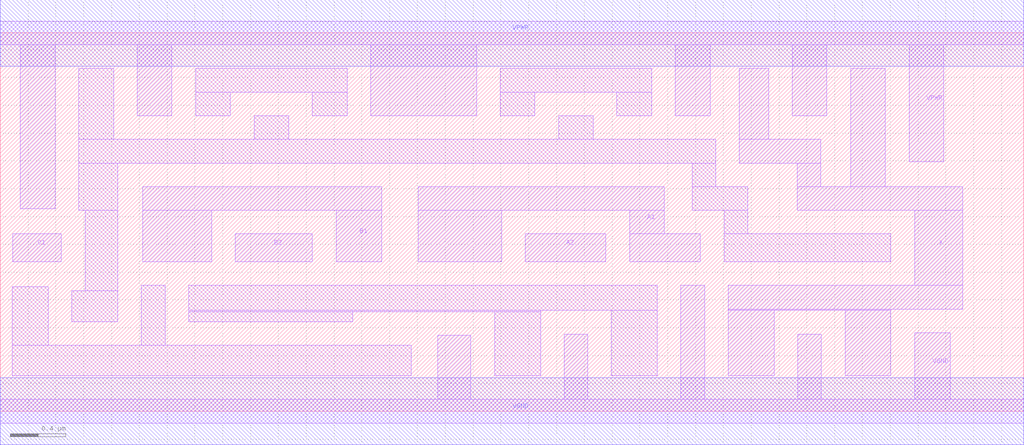
<source format=lef>
# Copyright 2020 The SkyWater PDK Authors
#
# Licensed under the Apache License, Version 2.0 (the "License");
# you may not use this file except in compliance with the License.
# You may obtain a copy of the License at
#
#     https://www.apache.org/licenses/LICENSE-2.0
#
# Unless required by applicable law or agreed to in writing, software
# distributed under the License is distributed on an "AS IS" BASIS,
# WITHOUT WARRANTIES OR CONDITIONS OF ANY KIND, either express or implied.
# See the License for the specific language governing permissions and
# limitations under the License.
#
# SPDX-License-Identifier: Apache-2.0

VERSION 5.5 ;
NAMESCASESENSITIVE ON ;
BUSBITCHARS "[]" ;
DIVIDERCHAR "/" ;
MACRO sky130_fd_sc_hd__o221a_4
  CLASS CORE ;
  SOURCE USER ;
  ORIGIN  0.000000  0.000000 ;
  SIZE  7.360000 BY  2.720000 ;
  SYMMETRY X Y R90 ;
  SITE unithd ;
  PIN A1
    ANTENNAGATEAREA  0.495000 ;
    DIRECTION INPUT ;
    USE SIGNAL ;
    PORT
      LAYER li1 ;
        RECT 3.005000 1.075000 3.605000 1.445000 ;
        RECT 3.005000 1.445000 4.775000 1.615000 ;
        RECT 4.525000 1.075000 5.035000 1.275000 ;
        RECT 4.525000 1.275000 4.775000 1.445000 ;
    END
  END A1
  PIN A2
    ANTENNAGATEAREA  0.495000 ;
    DIRECTION INPUT ;
    USE SIGNAL ;
    PORT
      LAYER li1 ;
        RECT 3.775000 1.075000 4.355000 1.275000 ;
    END
  END A2
  PIN B1
    ANTENNAGATEAREA  0.495000 ;
    DIRECTION INPUT ;
    USE SIGNAL ;
    PORT
      LAYER li1 ;
        RECT 1.025000 1.075000 1.520000 1.445000 ;
        RECT 1.025000 1.445000 2.745000 1.615000 ;
        RECT 2.415000 1.075000 2.745000 1.445000 ;
    END
  END B1
  PIN B2
    ANTENNAGATEAREA  0.495000 ;
    DIRECTION INPUT ;
    USE SIGNAL ;
    PORT
      LAYER li1 ;
        RECT 1.690000 1.075000 2.245000 1.275000 ;
    END
  END B2
  PIN C1
    ANTENNAGATEAREA  0.495000 ;
    DIRECTION INPUT ;
    USE SIGNAL ;
    PORT
      LAYER li1 ;
        RECT 0.090000 1.075000 0.440000 1.275000 ;
    END
  END C1
  PIN X
    ANTENNADIFFAREA  0.891000 ;
    DIRECTION OUTPUT ;
    USE SIGNAL ;
    PORT
      LAYER li1 ;
        RECT 5.235000 0.255000 5.565000 0.725000 ;
        RECT 5.235000 0.725000 6.405000 0.735000 ;
        RECT 5.235000 0.735000 6.920000 0.905000 ;
        RECT 5.315000 1.785000 5.900000 1.955000 ;
        RECT 5.315000 1.955000 5.525000 2.465000 ;
        RECT 5.730000 1.445000 6.920000 1.615000 ;
        RECT 5.730000 1.615000 5.900000 1.785000 ;
        RECT 6.075000 0.255000 6.405000 0.725000 ;
        RECT 6.115000 1.615000 6.365000 2.465000 ;
        RECT 6.575000 0.905000 6.920000 1.445000 ;
    END
  END X
  PIN VGND
    DIRECTION INOUT ;
    SHAPE ABUTMENT ;
    USE GROUND ;
    PORT
      LAYER li1 ;
        RECT 0.000000 -0.085000 7.360000 0.085000 ;
        RECT 3.145000  0.085000 3.385000 0.545000 ;
        RECT 4.055000  0.085000 4.225000 0.555000 ;
        RECT 4.895000  0.085000 5.065000 0.905000 ;
        RECT 5.735000  0.085000 5.905000 0.555000 ;
        RECT 6.575000  0.085000 6.830000 0.565000 ;
    END
    PORT
      LAYER met1 ;
        RECT 0.000000 -0.240000 7.360000 0.240000 ;
    END
  END VGND
  PIN VPWR
    DIRECTION INOUT ;
    SHAPE ABUTMENT ;
    USE POWER ;
    PORT
      LAYER li1 ;
        RECT 0.000000 2.635000 7.360000 2.805000 ;
        RECT 0.145000 1.455000 0.395000 2.635000 ;
        RECT 0.985000 2.125000 1.235000 2.635000 ;
        RECT 2.665000 2.125000 3.425000 2.635000 ;
        RECT 4.855000 2.125000 5.105000 2.635000 ;
        RECT 5.695000 2.125000 5.945000 2.635000 ;
        RECT 6.535000 1.795000 6.785000 2.635000 ;
    END
    PORT
      LAYER met1 ;
        RECT 0.000000 2.480000 7.360000 2.960000 ;
    END
  END VPWR
  OBS
    LAYER li1 ;
      RECT 0.085000 0.255000 2.955000 0.475000 ;
      RECT 0.085000 0.475000 0.345000 0.895000 ;
      RECT 0.515000 0.645000 0.845000 0.865000 ;
      RECT 0.565000 1.445000 0.845000 1.785000 ;
      RECT 0.565000 1.785000 5.145000 1.955000 ;
      RECT 0.565000 1.955000 0.815000 2.465000 ;
      RECT 0.610000 0.865000 0.845000 1.445000 ;
      RECT 1.015000 0.475000 1.185000 0.905000 ;
      RECT 1.355000 0.645000 2.535000 0.715000 ;
      RECT 1.355000 0.715000 3.885000 0.725000 ;
      RECT 1.355000 0.725000 4.725000 0.905000 ;
      RECT 1.405000 2.125000 1.655000 2.295000 ;
      RECT 1.405000 2.295000 2.495000 2.465000 ;
      RECT 1.825000 1.955000 2.075000 2.125000 ;
      RECT 2.245000 2.125000 2.495000 2.295000 ;
      RECT 3.555000 0.255000 3.885000 0.715000 ;
      RECT 3.595000 2.125000 3.845000 2.295000 ;
      RECT 3.595000 2.295000 4.685000 2.465000 ;
      RECT 4.015000 1.955000 4.265000 2.125000 ;
      RECT 4.395000 0.255000 4.725000 0.725000 ;
      RECT 4.435000 2.125000 4.685000 2.295000 ;
      RECT 4.975000 1.445000 5.375000 1.615000 ;
      RECT 4.975000 1.615000 5.145000 1.785000 ;
      RECT 5.205000 1.075000 6.405000 1.275000 ;
      RECT 5.205000 1.275000 5.375000 1.445000 ;
  END
END sky130_fd_sc_hd__o221a_4
END LIBRARY

</source>
